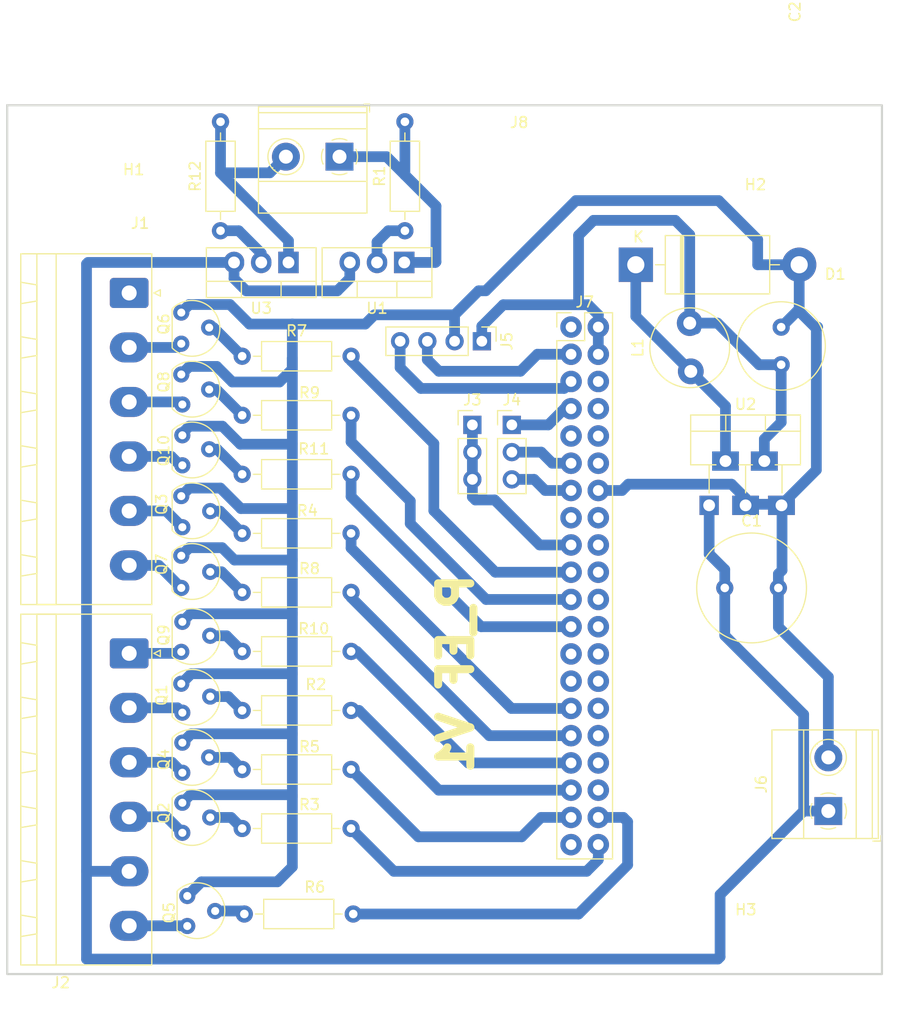
<source format=kicad_pcb>
(kicad_pcb (version 20211014) (generator pcbnew)
  (layers (0 "F.Cu" signal) (31 "B.Cu" signal) (34 "B.Paste" user) (35 "F.Paste" user) (36 "B.SilkS" user "B.Silkscreen") (37 "F.SilkS" user "F.Silkscreen") (38 "B.Mask" user) (39 "F.Mask" user) (44 "Edge.Cuts" user))
  (net 0 "")
  (net 1 "12V")
  (net 2 "GND")
  (net 3 "Net-(D1-Pad1)")
  (net 4 "ADJ C")
  (net 5 "365")
  (net 6 "395")
  (net 7 "440")
  (net 8 "470")
  (net 9 "530")
  (net 10 "PUMP")
  (net 11 "WA")
  (net 12 "280")
  (net 13 "660")
  (net 14 "600")
  (net 15 "3.3 V")
  (net 16 "Accept B")
  (net 17 "Change B")
  (net 18 "Cancel B")
  (net 19 "5 V")
  (net 20 "SDA")
  (net 21 "SCL")
  (net 27 "19")
  (net 29 "21")
  (net 31 "23")
  (net 36 "29")
  (net 37 "31")
  (net 39 "33")
  (net 40 "35")
  (net 42 "37")
  (net 43 "40")
  (net 44 "Net-(Q1-Pad2)")
  (net 45 "Net-(Q2-Pad2)")
  (net 46 "Net-(Q3-Pad2)")
  (net 47 "Net-(Q4-Pad2)")
  (net 48 "Net-(Q5-Pad2)")
  (net 49 "Net-(Q6-Pad2)")
  (net 50 "Net-(Q7-Pad2)")
  (net 51 "Net-(Q8-Pad2)")
  (net 52 "Net-(Q9-Pad2)")
  (net 53 "Net-(Q10-Pad2)")
  (net 54 "Net-(R1-Pad1)")
  (net 56 "38")
  (net 57 "Net-(R12-Pad1)")
  (net 58 "AdjUV280")
  (footprint "Package_TO_SOT_THT:TO-92_Inline" (layer "F.Cu") (at 29.64 48.94 -90)
    (fp_text reference "Q3" (at 0.66 2.84 90) (layer "F.SilkS"))
    (fp_text value "PN2222A")
    (pad "1" thru_hole circle (at -0.1 1 270) (size 1.5 1.5) (drill 0.75) (layers *.Cu *.Mask) (net 2 "GND"))
    (pad "2" thru_hole oval (at 1.3 -1.7 270) (size 1.5 1.5) (drill 0.75) (layers *.Cu *.Mask) (net 46 "Net-(Q3-Pad2)"))
    (pad "3" thru_hole circle (at 2.8 0.9 270) (size 1.5 1.5) (drill 0.75) (layers *.Cu *.Mask) (net 9 "530"))
  )
  (footprint "MountingHole:MountingHole_5mm" (layer "F.Cu") (at 17.8 18)
    (fp_text reference "H1" (at 6.4 0.4) (layer "F.SilkS"))
    (fp_text value "MountingHole")
    (pad "" np_thru_hole circle (at 0 0) (size 5 5) (drill 5) (layers *.Cu *.Mask))
  )
  (footprint "Connector_PinHeader_2.54mm:PinHeader_1x03_P2.54mm_Vertical" (layer "F.Cu") (at 55.795 42.2)
    (fp_text reference "J3" (at 0 -2.33) (layer "F.SilkS"))
    (fp_text value "Conn_01x03_Male")
    (pad "1" thru_hole rect (at 0 0) (size 1.7 1.7) (drill 1) (layers *.Cu *.Mask) (net 15 "3.3 V"))
    (pad "2" thru_hole oval (at 0 2.54) (size 1.7 1.7) (drill 1) (layers *.Cu *.Mask) (net 15 "3.3 V"))
    (pad "3" thru_hole oval (at 0 5.08) (size 1.7 1.7) (drill 1) (layers *.Cu *.Mask) (net 15 "3.3 V"))
  )
  (footprint "Resistor_THT:R_Axial_DIN0207_L6.3mm_D2.5mm_P10.16mm_Horizontal" (layer "F.Cu") (at 34.32 74.32625)
    (fp_text reference "R5" (at 6.28 -2.12625) (layer "F.SilkS"))
    (fp_text value "560")
    (pad "1" thru_hole circle (at 0 0) (size 1.6 1.6) (drill 0.8) (layers *.Cu *.Mask) (net 47 "Net-(Q4-Pad2)"))
    (pad "2" thru_hole oval (at 10.16 0) (size 1.6 1.6) (drill 0.8) (layers *.Cu *.Mask) (net 42 "37"))
  )
  (footprint "Diode_THT:D_DO-201AD_P15.24mm_Horizontal" (layer "F.Cu") (at 71.04 27.27)
    (fp_text reference "D1" (at 18.605 0.8775) (layer "F.SilkS"))
    (fp_text value "1N5822")
    (fp_text user "K" (at 0.24 -2.6) (layer "F.SilkS"))
    (pad "1" thru_hole rect (at 0 0) (size 3.2 3.2) (drill 1.6) (layers *.Cu *.Mask) (net 3 "Net-(D1-Pad1)"))
    (pad "2" thru_hole oval (at 15.24 0) (size 3.2 3.2) (drill 1.6) (layers *.Cu *.Mask) (net 2 "GND"))
  )
  (footprint "Resistor_THT:R_Axial_DIN0207_L6.3mm_D2.5mm_P10.16mm_Horizontal" (layer "F.Cu") (at 34.32 63.31875)
    (fp_text reference "R10" (at 6.68 -2.11875) (layer "F.SilkS"))
    (fp_text value "560")
    (pad "1" thru_hole circle (at 0 0) (size 1.6 1.6) (drill 0.8) (layers *.Cu *.Mask) (net 52 "Net-(Q9-Pad2)"))
    (pad "2" thru_hole oval (at 10.16 0) (size 1.6 1.6) (drill 0.8) (layers *.Cu *.Mask) (net 39 "33"))
  )
  (footprint "Capacitor_THT:C_Radial_D8.0mm_H11.5mm_P3.50mm" (layer "F.Cu") (at 84.6 36.59 90)
    (fp_text reference "C2" (at 32.90125 1.28875 90) (layer "F.SilkS"))
    (fp_text value "1000 uF 25V")
    (pad "1" thru_hole circle (at 0 0 90) (size 1.6 1.6) (drill 0.8) (layers *.Cu *.Mask) (net 19 "5 V"))
    (pad "2" thru_hole circle (at 3.5 0 90) (size 1.6 1.6) (drill 0.8) (layers *.Cu *.Mask) (net 2 "GND"))
  )
  (footprint "Connector_Phoenix_MSTB:PhoenixContact_MSTBA_2,5_6-G-5,08_1x06_P5.08mm_Horizontal" (layer "F.Cu") (at 23.7775 63.5 -90)
    (fp_text reference "J2" (at 30.7 6.3775 180) (layer "F.SilkS"))
    (fp_text value "Conn_01x06_Male")
    (pad "1" thru_hole roundrect (at 0 0 270) (size 2.8 3.6) (drill 1.4) (layers *.Cu *.Mask) (roundrect_rratio 0.120192) (net 9 "530"))
    (pad "2" thru_hole oval (at 5.08 0 270) (size 2.8 3.6) (drill 1.4) (layers *.Cu *.Mask) (net 14 "600"))
    (pad "3" thru_hole oval (at 10.16 0 270) (size 2.8 3.6) (drill 1.4) (layers *.Cu *.Mask) (net 13 "660"))
    (pad "4" thru_hole oval (at 15.24 0 270) (size 2.8 3.6) (drill 1.4) (layers *.Cu *.Mask) (net 11 "WA"))
    (pad "5" thru_hole oval (at 20.32 0 270) (size 2.8 3.6) (drill 1.4) (layers *.Cu *.Mask) (net 1 "12V"))
    (pad "6" thru_hole oval (at 25.4 0 270) (size 2.8 3.6) (drill 1.4) (layers *.Cu *.Mask) (net 10 "PUMP"))
  )
  (footprint "Resistor_THT:R_Axial_DIN0207_L6.3mm_D2.5mm_P10.16mm_Horizontal" (layer "F.Cu") (at 34.32 68.8225)
    (fp_text reference "R2" (at 6.88 -2.4225) (layer "F.SilkS"))
    (fp_text value "5100")
    (pad "1" thru_hole circle (at 0 0) (size 1.6 1.6) (drill 0.8) (layers *.Cu *.Mask) (net 44 "Net-(Q1-Pad2)"))
    (pad "2" thru_hole oval (at 10.16 0) (size 1.6 1.6) (drill 0.8) (layers *.Cu *.Mask) (net 40 "35"))
  )
  (footprint "MountingHole:MountingHole_5mm" (layer "F.Cu") (at 88.5 87.2)
    (fp_text reference "H3" (at -7.2 0.2) (layer "F.SilkS"))
    (fp_text value "MountingHole")
    (pad "" np_thru_hole circle (at 0 0) (size 5 5) (drill 5) (layers *.Cu *.Mask))
  )
  (footprint "Inductor_THT:L_Radial_D7.2mm_P3.00mm_Murata_1700" (layer "F.Cu") (at 76.07 36.51 90)
    (fp_text reference "L1" (at 1.5 -4.85 90) (layer "F.SilkS"))
    (fp_text value "33 uH")
    (pad "1" thru_hole circle (at -0.7 0.1 90) (size 2.4 2.4) (drill 1.2) (layers *.Cu *.Mask) (net 3 "Net-(D1-Pad1)"))
    (pad "2" thru_hole circle (at 3.8 0 90) (size 2.4 2.4) (drill 1.2) (layers *.Cu *.Mask) (net 19 "5 V"))
  )
  (footprint "Resistor_THT:R_Axial_DIN0207_L6.3mm_D2.5mm_P10.16mm_Horizontal" (layer "F.Cu") (at 34.32 79.83)
    (fp_text reference "R3" (at 6.28 -2.23) (layer "F.SilkS"))
    (fp_text value "560")
    (pad "1" thru_hole circle (at 0 0) (size 1.6 1.6) (drill 0.8) (layers *.Cu *.Mask) (net 45 "Net-(Q2-Pad2)"))
    (pad "2" thru_hole oval (at 10.16 0) (size 1.6 1.6) (drill 0.8) (layers *.Cu *.Mask) (net 43 "40"))
  )
  (footprint "Package_TO_SOT_THT:TO-92_Inline" (layer "F.Cu") (at 30.1 86.22 -90)
    (fp_text reference "Q5" (at 1.47 2.6 90) (layer "F.SilkS"))
    (fp_text value "PN2222A")
    (pad "1" thru_hole circle (at -0.1 0.9 270) (size 1.5 1.5) (drill 0.75) (layers *.Cu *.Mask) (net 2 "GND"))
    (pad "2" thru_hole circle (at 1.3 -1.7 270) (size 1.5 1.5) (drill 0.75) (layers *.Cu *.Mask) (net 48 "Net-(Q5-Pad2)"))
    (pad "3" thru_hole circle (at 2.7 0.9 270) (size 1.5 1.5) (drill 0.75) (layers *.Cu *.Mask) (net 10 "PUMP"))
  )
  (footprint "Connector_PinHeader_2.54mm:PinHeader_2x20_P2.54mm_Vertical" (layer "F.Cu") (at 65 33.075)
    (fp_text reference "J7" (at 1.27 -2.33) (layer "F.SilkS"))
    (fp_text value "Conn_02x20_Odd_Even")
    (pad "1" thru_hole circle (at 0 0) (size 2 2) (drill 1) (layers *.Cu *.Mask) (net 15 "3.3 V"))
    (pad "2" thru_hole circle (at 2.54 0) (size 2 2) (drill 1) (layers *.Cu *.Mask) (net 19 "5 V"))
    (pad "3" thru_hole circle (at 0 2.54) (size 2 2) (drill 1) (layers *.Cu *.Mask) (net 20 "SDA"))
    (pad "4" thru_hole circle (at 2.54 2.54) (size 2 2) (drill 1) (layers *.Cu *.Mask) (net 19 "5 V"))
    (pad "5" thru_hole circle (at 0 5.08) (size 2 2) (drill 1) (layers *.Cu *.Mask) (net 21 "SCL"))
    (pad "6" thru_hole circle (at 2.54 5.08) (size 2 2) (drill 1) (layers *.Cu *.Mask) (net 2 "GND"))
    (pad "7" thru_hole circle (at 0 7.62) (size 2 2) (drill 1) (layers *.Cu *.Mask) (net 16 "Accept B"))
    (pad "8" thru_hole circle (at 2.54 7.62) (size 2 2) (drill 1) (layers *.Cu *.Mask))
    (pad "9" thru_hole circle (at 0 10.16) (size 2 2) (drill 1) (layers *.Cu *.Mask) (net 2 "GND"))
    (pad "10" thru_hole circle (at 2.54 10.16) (size 2 2) (drill 1) (layers *.Cu *.Mask))
    (pad "11" thru_hole circle (at 0 12.7) (size 2 2) (drill 1) (layers *.Cu *.Mask) (net 17 "Change B"))
    (pad "12" thru_hole circle (at 2.54 12.7) (size 2 2) (drill 1) (layers *.Cu *.Mask))
    (pad "13" thru_hole circle (at 0 15.24) (size 2 2) (drill 1) (layers *.Cu *.Mask) (net 18 "Cancel B"))
    (pad "14" thru_hole circle (at 2.54 15.24) (size 2 2) (drill 1) (layers *.Cu *.Mask) (net 2 "GND"))
    (pad "15" thru_hole circle (at 0 17.78) (size 2 2) (drill 1) (layers *.Cu *.Mask))
    (pad "16" thru_hole circle (at 2.54 17.78) (size 2 2) (drill 1) (layers *.Cu *.Mask))
    (pad "17" thru_hole circle (at 0 20.32) (size 2 2) (drill 1) (layers *.Cu *.Mask) (net 15 "3.3 V"))
    (pad "18" thru_hole circle (at 2.54 20.32) (size 2 2) (drill 1) (layers *.Cu *.Mask))
    (pad "19" thru_hole circle (at 0 22.86) (size 2 2) (drill 1) (layers *.Cu *.Mask) (net 27 "19"))
    (pad "20" thru_hole circle (at 2.54 22.86) (size 2 2) (drill 1) (layers *.Cu *.Mask))
    (pad "21" thru_hole circle (at 0 25.4) (size 2 2) (drill 1) (layers *.Cu *.Mask) (net 29 "21"))
    (pad "22" thru_hole circle (at 2.54 25.4) (size 2 2) (drill 1) (layers *.Cu *.Mask))
    (pad "23" thru_hole circle (at 0 27.94) (size 2 2) (drill 1) (layers *.Cu *.Mask) (net 31 "23"))
    (pad "24" thru_hole circle (at 2.54 27.94) (size 2 2) (drill 1) (layers *.Cu *.Mask))
    (pad "25" thru_hole circle (at 0 30.48) (size 2 2) (drill 1) (layers *.Cu *.Mask) (net 2 "GND"))
    (pad "26" thru_hole circle (at 2.54 30.48) (size 2 2) (drill 1) (layers *.Cu *.Mask))
    (pad "27" thru_hole circle (at 0 33.02) (size 2 2) (drill 1) (layers *.Cu *.Mask))
    (pad "28" thru_hole circle (at 2.54 33.02) (size 2 2) (drill 1) (layers *.Cu *.Mask))
    (pad "29" thru_hole circle (at 0 35.56) (size 2 2) (drill 1) (layers *.Cu *.Mask) (net 36 "29"))
    (pad "30" thru_hole circle (at 2.54 35.56) (size 2 2) (drill 1) (layers *.Cu *.Mask) (net 2 "GND"))
    (pad "31" thru_hole circle (at 0 38.1) (size 2 2) (drill 1) (layers *.Cu *.Mask) (net 37 "31"))
    (pad "32" thru_hole circle (at 2.54 38.1) (size 2 2) (drill 1) (layers *.Cu *.Mask))
    (pad "33" thru_hole circle (at 0 40.64) (size 2 2) (drill 1) (layers *.Cu *.Mask) (net 39 "33"))
    (pad "34" thru_hole circle (at 2.54 40.64) (size 2 2) (drill 1) (layers *.Cu *.Mask) (net 2 "GND"))
    (pad "35" thru_hole circle (at 0 43.18) (size 2 2) (drill 1) (layers *.Cu *.Mask) (net 40 "35"))
    (pad "36" thru_hole circle (at 2.54 43.18) (size 2 2) (drill 1) (layers *.Cu *.Mask))
    (pad "37" thru_hole circle (at 0 45.72) (size 2 2) (drill 1) (layers *.Cu *.Mask) (net 42 "37"))
    (pad "38" thru_hole circle (at 2.54 45.72) (size 2 2) (drill 1) (layers *.Cu *.Mask) (net 56 "38"))
    (pad "39" thru_hole circle (at 0 48.26) (size 2 2) (drill 1) (layers *.Cu *.Mask) (net 2 "GND"))
    (pad "40" thru_hole circle (at 2.54 48.26) (size 2 2) (drill 1) (layers *.Cu *.Mask) (net 43 "40"))
  )
  (footprint "Resistor_THT:R_Axial_DIN0207_L6.3mm_D2.5mm_P10.16mm_Horizontal" (layer "F.Cu") (at 34.32 41.30375)
    (fp_text reference "R9" (at 6.28 -2.10375) (layer "F.SilkS"))
    (fp_text value "560")
    (pad "1" thru_hole circle (at 0 0) (size 1.6 1.6) (drill 0.8) (layers *.Cu *.Mask) (net 51 "Net-(Q8-Pad2)"))
    (pad "2" thru_hole oval (at 10.16 0) (size 1.6 1.6) (drill 0.8) (layers *.Cu *.Mask) (net 29 "21"))
  )
  (footprint "Resistor_THT:R_Axial_DIN0207_L6.3mm_D2.5mm_P10.16mm_Horizontal" (layer "F.Cu") (at 34.32 35.8)
    (fp_text reference "R7" (at 5.08 -2.37) (layer "F.SilkS"))
    (fp_text value "560")
    (pad "1" thru_hole circle (at 0 0) (size 1.6 1.6) (drill 0.8) (layers *.Cu *.Mask) (net 49 "Net-(Q6-Pad2)"))
    (pad "2" thru_hole oval (at 10.16 0) (size 1.6 1.6) (drill 0.8) (layers *.Cu *.Mask) (net 27 "19"))
  )
  (footprint "TerminalBlock_Phoenix:TerminalBlock_Phoenix_MKDS-1,5-2_1x02_P5.00mm_Horizontal" (layer "F.Cu") (at 89 78.2 90)
    (fp_text reference "J6" (at 2.5 -6.26 90) (layer "F.SilkS"))
    (fp_text value "Screw_Terminal_01x02")
    (pad "1" thru_hole rect (at 0 0 90) (size 2.6 2.6) (drill 1.3) (layers *.Cu *.Mask) (net 1 "12V"))
    (pad "2" thru_hole circle (at 5 0 90) (size 2.6 2.6) (drill 1.3) (layers *.Cu *.Mask) (net 2 "GND"))
  )
  (footprint "Package_TO_SOT_THT:TO-92_Inline" (layer "F.Cu") (at 29.64 71.93 -90)
    (fp_text reference "Q4" (at 1.47 2.64 90) (layer "F.SilkS"))
    (fp_text value "PN2222A")
    (pad "1" thru_hole circle (at -0.1 0.9 270) (size 1.5 1.5) (drill 0.75) (layers *.Cu *.Mask) (net 2 "GND"))
    (pad "2" thru_hole circle (at 1.27 -1.6 270) (size 1.5 1.5) (drill 0.75) (layers *.Cu *.Mask) (net 47 "Net-(Q4-Pad2)"))
    (pad "3" thru_hole circle (at 2.7 0.9 270) (size 1.5 1.5) (drill 0.75) (layers *.Cu *.Mask) (net 11 "WA"))
  )
  (footprint "Package_TO_SOT_THT:TO-220-5_P3.4x3.7mm_StaggerOdd_Lead3.8mm_Vertical" (layer "F.Cu") (at 77.88 49.6)
    (fp_text reference "U2" (at 3.4 -9.32) (layer "F.SilkS"))
    (fp_text value "LM2596T-5")
    (pad "1" thru_hole rect (at 0 0.1) (size 1.8 1.8) (drill 1.1) (layers *.Cu *.Mask) (net 1 "12V"))
    (pad "2" thru_hole rect (at 1.525 -4.025) (size 2.5 1.8) (drill 1.1) (layers *.Cu *.Mask) (net 3 "Net-(D1-Pad1)"))
    (pad "3" thru_hole rect (at 3.4 0.1) (size 2.5 1.8) (drill 1.1) (layers *.Cu *.Mask) (net 2 "GND"))
    (pad "4" thru_hole rect (at 5.15 -4.025) (size 2.5 1.8) (drill 1.1) (layers *.Cu *.Mask) (net 19 "5 V"))
    (pad "5" thru_hole rect (at 6.75 0.1) (size 2.5 1.8) (drill 1.1) (layers *.Cu *.Mask) (net 2 "GND"))
  )
  (footprint "Package_TO_SOT_THT:TO-92_Inline" (layer "F.Cu") (at 29.64 77.53 -90)
    (fp_text reference "Q2" (at 0.87 2.64 90) (layer "F.SilkS"))
    (fp_text value "PN2222A")
    (pad "1" thru_hole circle (at -0.1 0.9 270) (size 1.5 1.5) (drill 0.75) (layers *.Cu *.Mask) (net 2 "GND"))
    (pad "2" thru_hole circle (at 1.27 -1.7 270) (size 1.5 1.5) (drill 0.75) (layers *.Cu *.Mask) (net 45 "Net-(Q2-Pad2)"))
    (pad "3" thru_hole circle (at 2.7 0.9 270) (size 1.5 1.5) (drill 0.75) (layers *.Cu *.Mask) (net 5 "365"))
  )
  (footprint "Connector_Phoenix_MSTB:PhoenixContact_MSTBA_2,5_6-G-5,08_1x06_P5.08mm_Horizontal" (layer "F.Cu") (at 23.7775 29.9 -90)
    (fp_text reference "J1" (at -6.5 -1.0225 180) (layer "F.SilkS"))
    (fp_text value "Conn_01x06_Male")
    (pad "1" thru_hole roundrect (at 0 0 270) (size 2.8 3.6) (drill 1.4) (layers *.Cu *.Mask) (roundrect_rratio 0.120192))
    (pad "2" thru_hole oval (at 5.08 0 270) (size 2.8 3.6) (drill 1.4) (layers *.Cu *.Mask) (net 12 "280"))
    (pad "3" thru_hole oval (at 10.16 0 270) (size 2.8 3.6) (drill 1.4) (layers *.Cu *.Mask) (net 5 "365"))
    (pad "4" thru_hole oval (at 15.24 0 270) (size 2.8 3.6) (drill 1.4) (layers *.Cu *.Mask) (net 6 "395"))
    (pad "5" thru_hole oval (at 20.32 0 270) (size 2.8 3.6) (drill 1.4) (layers *.Cu *.Mask) (net 7 "440"))
    (pad "6" thru_hole oval (at 25.4 0 270) (size 2.8 3.6) (drill 1.4) (layers *.Cu *.Mask) (net 8 "470"))
  )
  (footprint "Package_TO_SOT_THT:TO-92_Inline" (layer "F.Cu") (at 29.64 31.93 -90)
    (fp_text reference "Q6" (at 0.87 2.64 90) (layer "F.SilkS"))
    (fp_text value "PN2222A")
    (pad "1" thru_hole circle (at -0.2 1 270) (size 1.5 1.5) (drill 0.75) (layers *.Cu *.Mask) (net 2 "GND"))
    (pad "2" thru_hole oval (at 1.2 -1.6 270) (size 1.5 1.5) (drill 0.75) (layers *.Cu *.Mask) (net 49 "Net-(Q6-Pad2)"))
    (pad "3" thru_hole circle (at 2.7 1 270) (size 1.5 1.5) (drill 0.75) (layers *.Cu *.Mask) (net 6 "395"))
  )
  (footprint "Package_TO_SOT_THT:TO-92_Inline" (layer "F.Cu") (at 29.64 54.6 -90)
    (fp_text reference "Q7" (at 0.6 2.84 90) (layer "F.SilkS"))
    (fp_text value "PN2222A")
    (pad "1" thru_hole circle (at -0.2 1 270) (size 1.5 1.5) (drill 0.75) (layers *.Cu *.Mask) (net 2 "GND"))
    (pad "2" thru_hole oval (at 1.3 -1.7 270) (size 1.5 1.5) (drill 0.75) (layers *.Cu *.Mask) (net 50 "Net-(Q7-Pad2)"))
    (pad "3" thru_hole oval (at 2.8 1 270) (size 1.5 1.5) (drill 0.75) (layers *.Cu *.Mask) (net 14 "600"))
  )
  (footprint "Resistor_THT:R_Axial_DIN0207_L6.3mm_D2.5mm_P10.16mm_Horizontal" (layer "F.Cu") (at 49.5 24.1 90)
    (fp_text reference "R1" (at 5.08 -2.37 90) (layer "F.SilkS"))
    (fp_text value "2.8")
    (pad "1" thru_hole circle (at 0 0 90) (size 1.6 1.6) (drill 0.8) (layers *.Cu *.Mask) (net 54 "Net-(R1-Pad1)"))
    (pad "2" thru_hole oval (at 10.16 0 90) (size 1.6 1.6) (drill 0.8) (layers *.Cu *.Mask) (net 4 "ADJ C"))
  )
  (footprint "TerminalBlock_Phoenix:TerminalBlock_Phoenix_MKDS-1,5-2_1x02_P5.00mm_Horizontal" (layer "F.Cu") (at 43.4 17.195 180)
    (fp_text reference "J8" (at -16.76 3.185) (layer "F.SilkS"))
    (fp_text value "Screw_Terminal_01x02")
    (pad "1" thru_hole rect (at 0 0 180) (size 2.6 2.6) (drill 1.3) (layers *.Cu *.Mask) (net 4 "ADJ C"))
    (pad "2" thru_hole circle (at 5 0 180) (size 2.6 2.6) (drill 1.3) (layers *.Cu *.Mask) (net 58 "AdjUV280"))
  )
  (footprint "Connector_PinHeader_2.54mm:PinHeader_1x03_P2.54mm_Vertical" (layer "F.Cu") (at 59.475 42.2)
    (fp_text reference "J4" (at 0 -2.33) (layer "F.SilkS"))
    (fp_text value "Conn_01x03_Male")
    (pad "1" thru_hole rect (at 0 0) (size 1.7 1.7) (drill 1) (layers *.Cu *.Mask) (net 16 "Accept B"))
    (pad "2" thru_hole oval (at 0 2.54) (size 1.7 1.7) (drill 1) (layers *.Cu *.Mask) (net 17 "Change B"))
    (pad "3" thru_hole oval (at 0 5.08) (size 1.7 1.7) (drill 1) (layers *.Cu *.Mask) (net 18 "Cancel B"))
  )
  (footprint "Package_TO_SOT_THT:TO-92_Inline" (layer "F.Cu") (at 29.64 66.33 -90)
    (fp_text reference "Q1" (at 1.07 2.84 90) (layer "F.SilkS"))
    (fp_text value "PN2222A")
    (pad "1" thru_hole circle (at 0 1 270) (size 1.5 1.5) (drill 0.75) (layers *.Cu *.Mask) (net 2 "GND"))
    (pad "2" thru_hole oval (at 1.2 -1.7 270) (size 1.5 1.5) (drill 0.75) (layers *.Cu *.Mask) (net 44 "Net-(Q1-Pad2)"))
    (pad "3" thru_hole oval (at 2.7 0.9 270) (size 1.5 1.5) (drill 0.75) (layers *.Cu *.Mask) (net 12 "280"))
  )
  (footprint "Package_TO_SOT_THT:TO-92_Inline" (layer "F.Cu") (at 29.64 37.6 -90)
    (fp_text reference "Q8" (at 0.6 2.64 90) (layer "F.SilkS"))
    (fp_text value "PN2222A")
    (pad "1" thru_hole circle (at -0.1 1 270) (size 1.5 1.5) (drill 0.75) (layers *.Cu *.Mask) (net 2 "GND"))
    (pad "2" thru_hole oval (at 1.3 -1.6 270) (size 1.5 1.5) (drill 0.75) (layers *.Cu *.Mask) (net 51 "Net-(Q8-Pad2)"))
    (pad "3" thru_hole oval (at 2.7 0.9 270) (size 1.5 1.5) (drill 0.75) (layers *.Cu *.Mask) (net 7 "440"))
  )
  (footprint "MountingHole:MountingHole_5mm" (layer "F.Cu") (at 88.4 18.2)
    (fp_text reference "H2" (at -6.2 1.6) (layer "F.SilkS"))
    (fp_text value "MountingHole")
    (pad "" np_thru_hole circle (at 0 0) (size 5 5) (drill 5) (layers *.Cu *.Mask))
  )
  (footprint "Resistor_THT:R_Axial_DIN0207_L6.3mm_D2.5mm_P10.16mm_Horizontal" (layer "F.Cu") (at 34.52 87.8)
    (fp_text reference "R6" (at 6.58 -2.51) (layer "F.SilkS"))
    (fp_text value "560")
    (pad "1" thru_hole circle (at 0 0) (size 1.6 1.6) (drill 0.8) (layers *.Cu *.Mask) (net 48 "Net-(Q5-Pad2)"))
    (pad "2" thru_hole oval (at 10.16 0) (size 1.6 1.6) (drill 0.8) (layers *.Cu *.Mask) (net 56 "38"))
  )
  (footprint "Resistor_THT:R_Axial_DIN0207_L6.3mm_D2.5mm_P10.16mm_Horizontal" (layer "F.Cu") (at 34.32 57.815)
    (fp_text reference "R8" (at 6.28 -2.215) (layer "F.SilkS"))
    (fp_text value "560")
    (pad "1" thru_hole circle (at 0 0) (size 1.6 1.6) (drill 0.8) (layers *.Cu *.Mask) (net 50 "Net-(Q7-Pad2)"))
    (pad "2" thru_hole oval (at 10.16 0) (size 1.6 1.6) (drill 0.8) (layers *.Cu *.Mask) (net 37 "31"))
  )
  (footprint "Resistor_THT:R_Axial_DIN0207_L6.3mm_D2.5mm_P10.16mm_Horizontal" (layer "F.Cu") (at 34.32 52.31125)
    (fp_text reference "R4" (at 6.08 -2.11125) (layer "F.SilkS"))
    (fp_text value "560")
    (pad "1" thru_hole circle (at 0 0) (size 1.6 1.6) (drill 0.8) (layers *.Cu *.Mask) (net 46 "Net-(Q3-Pad2)"))
    (pad "2" thru_hole oval (at 10.16 0) (size 1.6 1.6) (drill 0.8) (layers *.Cu *.Mask) (net 36 "29"))
  )
  (footprint "Package_TO_SOT_THT:TO-220-3_Vertical" (layer "F.Cu") (at 38.64 27.055 180)
    (fp_text reference "U3" (at 2.54 -4.27) (layer "F.SilkS"))
    (fp_text value "LM317_TO-220")
    (pad "1" thru_hole rect (at 0 0 180) (size 1.905 2) (drill 1.1) (layers *.Cu *.Mask) (net 58 "AdjUV280"))
    (pad "2" thru_hole oval (at 2.54 0 180) (size 1.905 2) (drill 1.1) (layers *.Cu *.Mask) (net 57 "Net-(R12-Pad1)"))
    (pad "3" thru_hole oval (at 5.08 0 180) (size 1.905 2) (drill 1.1) (layers *.Cu *.Mask) (net 1 "12V"))
  )
  (footprint "Capacitor_THT:C_Radial_D10.0mm_H20.0mm_P5.00mm" (layer "F.Cu") (at 79.34 57.4)
    (fp_text reference "C1" (at 2.5 -6.25) (layer "F.SilkS"))
    (fp_text value "470 uF 50V")
    (pad "1" thru_hole circle (at 0 0) (size 1.6 1.6) (drill 0.8) (layers *.Cu *.Mask) (net 1 "12V"))
    (pad "2" thru_hole circle (at 5 0) (size 1.6 1.6) (drill 0.8) (layers *.Cu *.Mask) (net 2 "GND"))
  )
  (footprint "Resistor_THT:R_Axial_DIN0207_L6.3mm_D2.5mm_P10.16mm_Horizontal" (layer "F.Cu") (at 32.3 24.1 90)
    (fp_text reference "R12" (at 5.08 -2.37 90) (layer "F.SilkS"))
    (fp_text value "14")
    (pad "1" thru_hole circle (at 0 0 90) (size 1.6 1.6) (drill 0.8) (layers *.Cu *.Mask) (net 57 "Net-(R12-Pad1)"))
    (pad "2" thru_hole oval (at 10.16 0 90) (size 1.6 1.6) (drill 0.8) (layers *.Cu *.Mask) (net 58 "AdjUV280"))
  )
  (footprint "Package_TO_SOT_THT:TO-92_Inline" (layer "F.Cu") (at 29.64 60.66 -90)
    (fp_text reference "Q9" (at 1.14 2.64 90) (layer "F.SilkS"))
    (fp_text value "PN2222A")
    (pad "1" thru_hole circle (at -0.1 0.9 270) (size 1.5 1.5) (drill 0.75) (layers *.Cu *.Mask) (net 2 "GND"))
    (pad "2" thru_hole oval (at 1.2 -1.7 270) (size 1.5 1.5) (drill 0.75) (layers *.Cu *.Mask) (net 52 "Net-(Q9-Pad2)"))
    (pad "3" thru_hole circle (at 2.7 1 270) (size 1.5 1.5) (drill 0.75) (layers *.Cu *.Mask) (net 13 "660"))
  )
  (footprint "Connector_PinHeader_2.54mm:PinHeader_1x04_P2.54mm_Vertical" (layer "F.Cu") (at 56.675 34.4 -90)
    (fp_text reference "J5" (at 0 -2.33 90) (layer "F.SilkS"))
    (fp_text value "Conn_01x04_Male")
    (pad "1" thru_hole rect (at 0 0 270) (size 1.7 1.7) (drill 1) (layers *.Cu *.Mask) (net 19 "5 V"))
    (pad "2" thru_hole oval (at 0 2.54 270) (size 1.7 1.7) (drill 1) (layers *.Cu *.Mask) (net 2 "GND"))
    (pad "3" thru_hole oval (at 0 5.08 270) (size 1.7 1.7) (drill 1) (layers *.Cu *.Mask) (net 20 "SDA"))
    (pad "4" thru_hole oval (at 0 7.62 270) (size 1.7 1.7) (drill 1) (layers *.Cu *.Mask) (net 21 "SCL"))
  )
  (footprint "Resistor_THT:R_Axial_DIN0207_L6.3mm_D2.5mm_P10.16mm_Horizontal" (layer "F.Cu") (at 34.32 46.8075)
    (fp_text reference "R11" (at 6.68 -2.37) (layer "F.SilkS"))
    (fp_text value "560")
    (pad "1" thru_hole circle (at 0 0) (size 1.6 1.6) (drill 0.8) (layers *.Cu *.Mask) (net 53 "Net-(Q10-Pad2)"))
    (pad "2" thru_hole oval (at 10.16 0) (size 1.6 1.6) (drill 0.8) (layers *.Cu *.Mask) (net 31 "23"))
  )
  (footprint "Package_TO_SOT_THT:TO-92_Inline" (layer "F.Cu") (at 29.64 43.27 -90)
    (fp_text reference "Q10" (at 1.33 2.64 90) (layer "F.SilkS"))
    (fp_text value "PN2222A")
    (pad "1" thru_hole circle (at -0.1 0.9 270) (size 1.5 1.5) (drill 0.75) (layers *.Cu *.Mask) (net 2 "GND"))
    (pad "2" thru_hole oval (at 1.2 -1.6 270) (size 1.5 1.5) (drill 0.75) (layers *.Cu *.Mask) (net 53 "Net-(Q10-Pad2)"))
    (pad "3" thru_hole oval (at 2.7 0.9 270) (size 1.5 1.5) (drill 0.75) (layers *.Cu *.Mask) (net 8 "470"))
  )
  (footprint "Package_TO_SOT_THT:TO-220-3_Vertical" (layer "F.Cu") (at 49.44 27.055 180)
    (fp_text reference "U1" (at 2.54 -4.27) (layer "F.SilkS"))
    (fp_text value "LM317_TO-220")
    (pad "1" thru_hole rect (at 0 0 180) (size 1.905 2) (drill 1.1) (layers *.Cu *.Mask) (net 4 "ADJ C"))
    (pad "2" thru_hole oval (at 2.54 0 180) (size 1.905 2) (drill 1.1) (layers *.Cu *.Mask) (net 54 "Net-(R1-Pad1)"))
    (pad "3" thru_hole oval (at 5.08 0 180) (size 1.905 2) (drill 1.1) (layers *.Cu *.Mask) (net 1 "12V"))
  )
  (gr_rect (start 12.4 12.4) (end 94 93.4) (layer "Edge.Cuts") (width 0.2) (fill none))
  (gr_text "P_EF V1" (at 54.2544 65.405 90) (layer "F.SilkS") (effects (font (size 3 3) (thickness 0.75)) (justify mirror)))
  (segment (start 44.36 28.54) (end 44.36 27.055) (width 1) (layer "B.Cu") (net 1))
  (segment (start 33.56 27.055) (end 33.56 28.56) (width 1) (layer "B.Cu") (net 1))
  (segment (start 86.7 78.2) (end 89 78.2) (width 1) (layer "B.Cu") (net 1))
  (segment (start 19.82 83.82) (end 19.8 83.84) (width 1) (layer "B.Cu") (net 1))
  (segment (start 33.56 28.56) (end 34.7 29.7) (width 1) (layer "B.Cu") (net 1))
  (segment (start 19.8 83.84) (end 19.8 92) (width 1) (layer "B.Cu") (net 1))
  (segment (start 19.8 27.2) (end 19.8 83.8) (width 1) (layer "B.Cu") (net 1))
  (segment (start 86.7 69.2) (end 79.34 61.84) (width 1) (layer "B.Cu") (net 1))
  (segment (start 78.9 86) (end 86.7 78.2) (width 1) (layer "B.Cu") (net 1))
  (segment (start 78.7 92) (end 78.9 91.8) (width 1) (layer "B.Cu") (net 1))
  (segment (start 79.34 61.84) (end 79.34 57.4) (width 1) (layer "B.Cu") (net 1))
  (segment (start 79.34 55.69) (end 79.34 57.4) (width 1) (layer "B.Cu") (net 1))
  (segment (start 77.88 54.23) (end 79.34 55.69) (width 1) (layer "B.Cu") (net 1))
  (segment (start 19.8 83.8) (end 19.82 83.82) (width 1) (layer "B.Cu") (net 1))
  (segment (start 77.88 49.6) (end 77.88 54.23) (width 1) (layer "B.Cu") (net 1))
  (segment (start 43.2 29.7) (end 44.36 28.54) (width 1) (layer "B.Cu") (net 1))
  (segment (start 34.7 29.7) (end 43.2 29.7) (width 1) (layer "B.Cu") (net 1))
  (segment (start 33.56 27.055) (end 19.945 27.055) (width 1) (layer "B.Cu") (net 1))
  (segment (start 86.7 78.2) (end 86.7 69.2) (width 1) (layer "B.Cu") (net 1))
  (segment (start 19.945 27.055) (end 19.8 27.2) (width 1) (layer "B.Cu") (net 1))
  (segment (start 78.9 91.8) (end 78.9 86) (width 1) (layer "B.Cu") (net 1))
  (segment (start 19.8 92) (end 78.7 92) (width 1) (layer "B.Cu") (net 1))
  (segment (start 19.82 83.82) (end 23.7775 83.82) (width 1) (layer "B.Cu") (net 1))
  (segment (start 65.45 21.29) (end 78.77 21.29) (width 1) (layer "B.Cu") (net 2))
  (segment (start 84.34 56.1) (end 84.68 55.76) (width 1) (layer "B.Cu") (net 2))
  (segment (start 39 36) (end 39 32.8) (width 1) (layer "B.Cu") (net 2))
  (segment (start 29.49 59.81) (end 38.99 59.81) (width 1) (layer "B.Cu") (net 2))
  (segment (start 29.39 30.98) (end 33.18 30.98) (width 1) (layer "B.Cu") (net 2))
  (segment (start 84.34 61.04) (end 84.34 57.4) (width 1) (layer "B.Cu") (net 2))
  (segment (start 84.68 55.76) (end 84.68 49.6) (width 1) (layer "B.Cu") (net 2))
  (segment (start 30.52 84.8) (end 37.6 84.8) (width 1) (layer "B.Cu") (net 2))
  (segment (start 34.149972 44) (end 39 44) (width 1) (layer "B.Cu") (net 2))
  (segment (start 28.64 37.5) (end 29.39 36.75) (width 1) (layer "B.Cu") (net 2))
  (segment (start 54.135 31.94) (end 56.375 29.7) (width 1) (layer "B.Cu") (net 2))
  (segment (start 28.64 66.33) (end 29.57 65.4) (width 1) (layer "B.Cu") (net 2))
  (segment (start 46.66 31.94) (end 54.135 31.94) (width 1) (layer "B.Cu") (net 2))
  (segment (start 84.34 57.4) (end 84.34 56.1) (width 1) (layer "B.Cu") (net 2))
  (segment (start 39 76.8) (end 39 83.4) (width 1) (layer "B.Cu") (net 2))
  (segment (start 39 32.8) (end 35 32.8) (width 1) (layer "B.Cu") (net 2))
  (segment (start 89 65.7) (end 84.34 61.04) (width 1) (layer "B.Cu") (net 2))
  (segment (start 86.28 27.27) (end 86.28 31.61) (width 1) (layer "B.Cu") (net 2))
  (segment (start 39 59.8) (end 39 65.4) (width 1) (layer "B.Cu") (net 2))
  (segment (start 54.135 31.94) (end 54.135 34.4) (width 1) (layer "B.Cu") (net 2))
  (segment (start 39 36) (end 39 50) (width 1) (layer "B.Cu") (net 2))
  (segment (start 39 83.4) (end 37.8 84.6) (width 1) (layer "B.Cu") (net 2))
  (segment (start 33.18 30.98) (end 35 32.8) (width 1) (layer "B.Cu") (net 2))
  (segment (start 32.469972 42.32) (end 34.149972 44) (width 1) (layer "B.Cu") (net 2))
  (segment (start 86.28 31.61) (end 86.08 31.61) (width 1) (layer "B.Cu") (net 2))
  (segment (start 38.88 76.68) (end 39 76.8) (width 1) (layer "B.Cu") (net 2))
  (segment (start 28.74 60.56) (end 29.49 59.81) (width 1) (layer "B.Cu") (net 2))
  (segment (start 82.41 24.93) (end 82.41 27.27) (width 1) (layer "B.Cu") (net 2))
  (segment (start 29.57 65.4) (end 39 65.4) (width 1) (layer "B.Cu") (net 2))
  (segment (start 31.95 36.75) (end 33.4 38.2) (width 1) (layer "B.Cu") (net 2))
  (segment (start 29.39 42.32) (end 32.469972 42.32) (width 1) (layer "B.Cu") (net 2))
  (segment (start 81.28 49.6) (end 84.68 49.6) (width 1) (layer "B.Cu") (net 2))
  (segment (start 28.64 54.4) (end 29.39 53.65) (width 1) (layer "B.Cu") (net 2))
  (segment (start 38.99 59.81) (end 39 59.8) (width 1) (layer "B.Cu") (net 2))
  (segment (start 46.66 31.94) (end 45.8 32.8) (width 1) (layer "B.Cu") (net 2))
  (segment (start 32.29 48.09) (end 34.2 50) (width 1) (layer "B.Cu") (net 2))
  (segment (start 87.88 33.21) (end 88.01 33.08) (width 1) (layer "B.Cu") (net 2))
  (segment (start 45.8 32.8) (end 39 32.8) (width 1) (layer "B.Cu") (net 2))
  (segment (start 37.8 38.2) (end 39 37) (width 1) (layer "B.Cu") (net 2))
  (segment (start 28.74 71.83) (end 29.57 71) (width 1) (layer "B.Cu") (net 2))
  (segment (start 37.6 84.8) (end 37.8 84.6) (width 1) (layer "B.Cu") (net 2))
  (segment (start 29.57 71) (end 39 71) (width 1) (layer "B.Cu") (net 2))
  (segment (start 29.2 86.12) (end 30.52 84.8) (width 1) (layer "B.Cu") (net 2))
  (segment (start 39 71) (end 39 76.8) (width 1) (layer "B.Cu") (net 2))
  (segment (start 69.755 48.315) (end 67.54 48.315) (width 1) (layer "B.Cu") (net 2))
  (segment (start 29.39 36.75) (end 31.95 36.75) (width 1) (layer "B.Cu") (net 2))
  (segment (start 33.6 54.8) (end 39 54.8) (width 1) (layer "B.Cu") (net 2))
  (segment (start 28.64 48.84) (end 29.39 48.09) (width 1) (layer "B.Cu") (net 2))
  (segment (start 39 50) (end 39 54.8) (width 1) (layer "B.Cu") (net 2))
  (segment (start 39 65.4) (end 39 71) (width 1) (layer "B.Cu") (net 2))
  (segment (start 39 37) (end 39 36) (width 1) (layer "B.Cu") (net 2))
  (segment (start 29.39 53.65) (end 32.45 53.65) (width 1) (layer "B.Cu") (net 2))
  (segment (start 79.97 47.73) (end 70.34 47.73) (width 1) (layer "B.Cu") (net 2))
  (segment (start 33.4 38.2) (end 37.8 38.2) (width 1) (layer "B.Cu") (net 2))
  (segment (start 82.41 27.27) (end 86.28 27.27) (width 1) (layer "B.Cu") (net 2))
  (segment (start 84.68 49.6) (end 87.88 46.4) (width 1) (layer "B.Cu") (net 2))
  (segment (start 34.2 50) (end 39 50) (width 1) (layer "B.Cu") (net 2))
  (segment (start 87.88 46.4) (end 87.88 33.21) (width 1) (layer "B.Cu") (net 2))
  (segment (start 57.04 29.7) (end 65.45 21.29) (width 1) (layer "B.Cu") (net 2))
  (segment (start 81.28 49.7) (end 81.28 49.04) (width 1) (layer "B.Cu") (net 2))
  (segment (start 28.74 77.43) (end 29.49 76.68) (width 1) (layer "B.Cu") (net 2))
  (segment (start 29.39 48.09) (end 32.29 48.09) (width 1) (layer "B.Cu") (net 2))
  (segment (start 32.45 53.65) (end 33.6 54.8) (width 1) (layer "B.Cu") (net 2))
  (segment (start 86.28 31.61) (end 87.88 33.21) (width 1) (layer "B.Cu") (net 2))
  (segment (start 56.375 29.7) (end 57.04 29.7) (width 1) (layer "B.Cu") (net 2))
  (segment (start 78.77 21.29) (end 82.41 24.93) (width 1) (layer "B.Cu") (net 2))
  (segment (start 39 54.8) (end 39 59.8) (width 1) (layer "B.Cu") (net 2))
  (segment (start 29.49 76.68) (end 38.88 76.68) (width 1) (layer "B.Cu") (net 2))
  (segment (start 29.39 30.98) (end 28.64 31.73) (width 1) (layer "B.Cu") (net 2))
  (segment (start 70.34 47.73) (end 69.755 48.315) (width 1) (layer "B.Cu") (net 2))
  (segment (start 81.28 49.04) (end 79.97 47.73) (width 1) (layer "B.Cu") (net 2))
  (segment (start 86.08 31.61) (end 84.6 33.09) (width 1) (layer "B.Cu") (net 2))
  (segment (start 28.64 43.07) (end 29.39 42.32) (width 1) (layer "B.Cu") (net 2))
  (segment (start 89 73.2) (end 89 65.7) (width 1) (layer "B.Cu") (net 2))
  (segment (start 71.04 32.08) (end 71.04 27.27) (width 1) (layer "B.Cu") (net 3))
  (segment (start 79.405 45.575) (end 79.405 40.445) (width 1) (layer "B.Cu") (net 3))
  (segment (start 76.17 37.21) (end 71.04 32.08) (width 1) (layer "B.Cu") (net 3))
  (segment (start 79.405 40.445) (end 76.17 37.21) (width 1) (layer "B.Cu") (net 3))
  (segment (start 47.795 17.195) (end 43.4 17.195) (width 1) (layer "B.Cu") (net 4))
  (segment (start 49.5 13.94) (end 49.5 18.9) (width 1) (layer "B.Cu") (net 4))
  (segment (start 52.345 27.055) (end 49.44 27.055) (width 1) (layer "B.Cu") (net 4))
  (segment (start 49.5 18.9) (end 52.4 21.8) (width 1) (layer "B.Cu") (net 4))
  (segment (start 52.4 21.8) (end 52.4 27) (width 1) (layer "B.Cu") (net 4))
  (segment (start 49.5 18.9) (end 47.795 17.195) (width 1) (layer "B.Cu") (net 4))
  (segment (start 52.4 27) (end 52.345 27.055) (width 1) (layer "B.Cu") (net 4))
  (segment (start 23.7775 40.06) (end 28.5 40.06) (width 1) (layer "B.Cu") (net 5))
  (segment (start 28.5 40.06) (end 28.74 40.3) (width 1) (layer "B.Cu") (net 5))
  (segment (start 27.71 45.14) (end 28.54 45.97) (width 1) (layer "B.Cu") (net 6))
  (segment (start 23.7775 45.14) (end 27.71 45.14) (width 1) (layer "B.Cu") (net 6))
  (segment (start 23.7775 50.22) (end 27.22 50.22) (width 1) (layer "B.Cu") (net 7))
  (segment (start 28.74 51.74) (end 27.22 50.22) (width 1) (layer "B.Cu") (net 7))
  (segment (start 26.54 55.3) (end 28.64 57.4) (width 1) (layer "B.Cu") (net 8))
  (segment (start 23.7775 55.3) (end 26.54 55.3) (width 1) (layer "B.Cu") (net 8))
  (segment (start 23.7775 88.9) (end 29.18 88.9) (width 1) (layer "B.Cu") (net 10))
  (segment (start 29.18 88.9) (end 29.2 88.92) (width 1) (layer "B.Cu") (net 10))
  (segment (start 23.7775 78.74) (end 27.25 78.74) (width 1) (layer "B.Cu") (net 11))
  (segment (start 23.7775 73.66) (end 27.77 73.66) (width 1) (layer "B.Cu") (net 11))
  (segment (start 27.25 78.74) (end 28.74 80.23) (width 1) (layer "B.Cu") (net 11))
  (segment (start 27.77 73.66) (end 28.74 74.63) (width 1) (layer "B.Cu") (net 11))
  (segment (start 23.7775 68.58) (end 28.29 68.58) (width 1) (layer "B.Cu") (net 12))
  (segment (start 23.7775 34.98) (end 28.29 34.98) (width 1) (layer "B.Cu") (net 12))
  (segment (start 28.29 34.98) (end 28.64 34.63) (width 1) (layer "B.Cu") (net 12))
  (segment (start 28.29 68.58) (end 28.74 69.03) (width 1) (layer "B.Cu") (net 12))
  (segment (start 23.7775 63.5) (end 28.5 63.5) (width 1) (layer "B.Cu") (net 13))
  (segment (start 28.5 63.5) (end 28.64 63.36) (width 1) (layer "B.Cu") (net 13))
  (segment (start 55.795 44.74) (end 55.795 47.28) (width 1) (layer "B.Cu") (net 15))
  (segment (start 55.795 42.2) (end 55.795 44.74) (width 1) (layer "B.Cu") (net 15))
  (segment (start 62.07 53.395) (end 58.075 49.4) (width 1) (layer "B.Cu") (net 15))
  (segment (start 65 53.395) (end 62.07 53.395) (width 1) (layer "B.Cu") (net 15))
  (segment (start 55.795 48.92) (end 56.075 49.2) (width 1) (layer "B.Cu") (net 15))
  (segment (start 57.875 49.2) (end 56.075 49.2) (width 1) (layer "B.Cu") (net 15))
  (segment (start 58.075 49.4) (end 57.875 49.2) (width 1) (layer "B.Cu") (net 15))
  (segment (start 55.795 47.28) (end 55.795 48.92) (width 1) (layer "B.Cu") (net 15))
  (segment (start 64.38 40.695) (end 65 40.695) (width 1) (layer "B.Cu") (net 16))
  (segment (start 62.875 42.2) (end 64.38 40.695) (width 1) (layer "B.Cu") (net 16))
  (segment (start 59.475 42.2) (end 62.875 42.2) (width 1) (layer "B.Cu") (net 16))
  (segment (start 59.475 44.74) (end 62.215 44.74) (width 1) (layer "B.Cu") (net 17))
  (segment (start 62.215 44.74) (end 63.25 45.775) (width 1) (layer "B.Cu") (net 17))
  (segment (start 63.25 45.775) (end 65 45.775) (width 1) (layer "B.Cu") (net 17))
  (segment (start 59.475 47.28) (end 61.555 47.28) (width 1) (layer "B.Cu") (net 18))
  (segment (start 62.59 48.315) (end 65 48.315) (width 1) (layer "B.Cu") (net 18))
  (segment (start 61.555 47.28) (end 62.59 48.315) (width 1) (layer "B.Cu") (net 18))
  (segment (start 67.1 23.13) (end 65.7 24.53) (width 1) (layer "B.Cu") (net 19))
  (segment (start 84.6 36.59) (end 84.6 41.96) (width 1) (layer "B.Cu") (net 19))
  (segment (start 65.7 31) (end 58.675 31) (width 1) (layer "B.Cu") (net 19))
  (segment (start 84.6 41.96) (end 83.03 43.53) (width 1) (layer "B.Cu") (net 19))
  (segment (start 67.54 31.94) (end 66.6 31) (width 1) (layer "B.Cu") (net 19))
  (segment (start 84.6 36.59) (end 82.54 36.59) (width 1) (layer "B.Cu") (net 19))
  (segment (start 58.675 31) (end 56.675 33) (width 1) (layer "B.Cu") (net 19))
  (segment (start 56.675 33) (end 56.675 34.4) (width 1) (layer "B.Cu") (net 19))
  (segment (start 74.72 23.13) (end 67.1 23.13) (width 1) (layer "B.Cu") (net 19))
  (segment (start 76.07 32.71) (end 76.07 24.48) (width 1) (layer "B.Cu") (net 19))
  (segment (start 66.6 31) (end 65.7 31) (width 1) (layer "B.Cu") (net 19))
  (segment (start 76.07 24.48) (end 74.72 23.13) (width 1) (layer "B.Cu") (net 19))
  (segment (start 76.62 33.26) (end 76.07 32.71) (width 1) (layer "B.Cu") (net 19))
  (segment (start 65.7 24.53) (end 65.7 31) (width 1) (layer "B.Cu") (net 19))
  (segment (start 67.54 33.075) (end 67.54 31.94) (width 1) (layer "B.Cu") (net 19))
  (segment (start 82.54 36.59) (end 78.66 32.71) (width 1) (layer "B.Cu") (net 19))
  (segment (start 67.54 33.075) (end 67.54 35.615) (width 1) (layer "B.Cu") (net 19))
  (segment (start 78.66 32.71) (end 76.07 32.71) (width 1) (layer "B.Cu") (net 19))
  (segment (start 83.03 43.53) (end 83.03 45.575) (width 1) (layer "B.Cu") (net 19))
  (segment (start 51.595 36.12) (end 52.675 37.2) (width 1) (layer "B.Cu") (net 20))
  (segment (start 52.675 37.2) (end 60.275 37.2) (width 1) (layer "B.Cu") (net 20))
  (segment (start 61.86 35.615) (end 65 35.615) (width 1) (layer "B.Cu") (net 20))
  (segment (start 60.275 37.2) (end 61.86 35.615) (width 1) (layer "B.Cu") (net 20))
  (segment (start 51.595 34.4) (end 51.595 36.12) (width 1) (layer "B.Cu") (net 20))
  (segment (start 50.992 38.8) (end 64.355 38.8) (width 1) (layer "B.Cu") (net 21))
  (segment (start 49.055 34.4) (end 49.055 36.863) (width 1) (layer "B.Cu") (net 21))
  (segment (start 64.355 38.8) (end 65 38.155) (width 1) (layer "B.Cu") (net 21))
  (segment (start 49.055 36.863) (end 50.992 38.8) (width 1) (layer "B.Cu") (net 21))
  (segment (start 57.935 55.935) (end 65 55.935) (width 1) (layer "B.Cu") (net 27))
  (segment (start 44.48 35.8) (end 44.48 36.225) (width 1) (layer "B.Cu") (net 27))
  (segment (start 44.48 36.225) (end 52.2 43.945) (width 1) (layer "B.Cu") (net 27))
  (segment (start 52.2 43.945) (end 52.2 50.2) (width 1) (layer "B.Cu") (net 27))
  (segment (start 52.2 50.2) (end 57.935 55.935) (width 1) (layer "B.Cu") (net 27))
  (segment (start 50 51.4) (end 57.075 58.475) (width 1) (layer "B.Cu") (net 29))
  (segment (start 50 49.3) (end 50 51.4) (width 1) (layer "B.Cu") (net 29))
  (segment (start 44.48 41.30375) (end 44.48 43.78) (width 1) (layer "B.Cu") (net 29))
  (segment (start 44.48 43.78) (end 50 49.3) (width 1) (layer "B.Cu") (net 29))
  (segment (start 57.075 58.475) (end 65 58.475) (width 1) (layer "B.Cu") (net 29))
  (segment (start 44.48 46.8075) (end 44.48 48.88) (width 1) (layer "B.Cu") (net 31))
  (segment (start 56.615 61.015) (end 65 61.015) (width 1) (layer "B.Cu") (net 31))
  (segment (start 44.48 48.88) (end 56.615 61.015) (width 1) (layer "B.Cu") (net 31))
  (segment (start 44.48 52.31125) (end 44.48 53.68) (width 1) (layer "B.Cu") (net 36))
  (segment (start 44.48 53.68) (end 59.435 68.635) (width 1) (layer "B.Cu") (net 36))
  (segment (start 59.435 68.635) (end 65 68.635) (width 1) (layer "B.Cu") (net 36))
  (segment (start 44.48 57.815) (end 44.48 58.28) (width 1) (layer "B.Cu") (net 37))
  (segment (start 44.48 58.28) (end 57.375 71.175) (width 1) (layer "B.Cu") (net 37))
  (segment (start 57.375 71.175) (end 65 71.175) (width 1) (layer "B.Cu") (net 37))
  (segment (start 45.01875 63.31875) (end 55.415 73.715) (width 1) (layer "B.Cu") (net 39))
  (segment (start 44.48 63.31875) (end 45.01875 63.31875) (width 1) (layer "B.Cu") (net 39))
  (segment (start 55.415 73.715) (end 65 73.715) (width 1) (layer "B.Cu") (net 39))
  (segment (start 52.655 76.255) (end 65 76.255) (width 1) (layer "B.Cu") (net 40))
  (segment (start 45.2225 68.8225) (end 52.655 76.255) (width 1) (layer "B.Cu") (net 40))
  (segment (start 44.48 68.8225) (end 45.2225 68.8225) (width 1) (layer "B.Cu") (net 40))
  (segment (start 62.205 78.795) (end 65 78.795) (width 1) (layer "B.Cu") (net 42))
  (segment (start 60.4 80.6) (end 62.205 78.795) (width 1) (layer "B.Cu") (net 42))
  (segment (start 50.75375 80.6) (end 60.4 80.6) (width 1) (layer "B.Cu") (net 42))
  (segment (start 44.48 74.32625) (end 50.75375 80.6) (width 1) (layer "B.Cu") (net 42))
  (segment (start 48.47 83.82) (end 66.455 83.82) (width 1) (layer "B.Cu") (net 43))
  (segment (start 44.48 79.83) (end 48.47 83.82) (width 1) (layer "B.Cu") (net 43))
  (segment (start 67.54 82.735) (end 67.54 81.335) (width 1) (layer "B.Cu") (net 43))
  (segment (start 66.455 83.82) (end 67.54 82.735) (width 1) (layer "B.Cu") (net 43))
  (segment (start 31.34 67.53) (end 33.0275 67.53) (width 1) (layer "B.Cu") (net 44))
  (segment (start 33.0275 67.53) (end 34.32 68.8225) (width 1) (layer "B.Cu") (net 44))
  (segment (start 33.29 78.8) (end 34.32 79.83) (width 1) (layer "B.Cu") (net 45))
  (segment (start 31.34 78.8) (end 33.29 78.8) (width 1) (layer "B.Cu") (net 45))
  (segment (start 32.24875 50.24) (end 34.32 52.31125) (width 1) (layer "B.Cu") (net 46))
  (segment (start 31.34 50.24) (end 32.24875 50.24) (width 1) (layer "B.Cu") (net 46))
  (segment (start 31.24 73.2) (end 33.19375 73.2) (width 1) (layer "B.Cu") (net 47))
  (segment (start 33.19375 73.2) (end 34.32 74.32625) (width 1) (layer "B.Cu") (net 47))
  (segment (start 34.24 87.52) (end 34.52 87.8) (width 1) (layer "B.Cu") (net 48))
  (segment (start 31.8 87.52) (end 34.24 87.52) (width 1) (layer "B.Cu") (net 48))
  (segment (start 31.65 33.13) (end 34.32 35.8) (width 1) (layer "B.Cu") (net 49))
  (segment (start 31.24 33.13) (end 31.65 33.13) (width 1) (layer "B.Cu") (net 49))
  (segment (start 32.405 55.9) (end 34.32 57.815) (width 1) (layer "B.Cu") (net 50))
  (segment (start 31.34 55.9) (end 32.405 55.9) (width 1) (layer "B.Cu") (net 50))
  (segment (start 31.91625 38.9) (end 34.32 41.30375) (width 1) (layer "B.Cu") (net 51))
  (segment (start 31.24 38.9) (end 31.91625 38.9) (width 1) (layer "B.Cu") (net 51))
  (segment (start 32.86125 61.86) (end 34.32 63.31875) (width 1) (layer "B.Cu") (net 52))
  (segment (start 31.34 61.86) (end 32.86125 61.86) (width 1) (layer "B.Cu") (net 52))
  (segment (start 31.24 44.47) (end 31.9825 44.47) (width 1) (layer "B.Cu") (net 53))
  (segment (start 31.9825 44.47) (end 34.32 46.8075) (width 1) (layer "B.Cu") (net 53))
  (segment (start 47.95 24.1) (end 49.5 24.1) (width 1) (layer "B.Cu") (net 54))
  (segment (start 46.9 27.055) (end 46.9 25.15) (width 1) (layer "B.Cu") (net 54))
  (segment (start 46.9 25.15) (end 47.95 24.1) (width 1) (layer "B.Cu") (net 54))
  (segment (start 44.68 87.8) (end 65.7 87.8) (width 1) (layer "B.Cu") (net 56))
  (segment (start 69.87 78.795) (end 67.54 78.795) (width 1) (layer "B.Cu") (net 56))
  (segment (start 70.275 83.225) (end 70.275 79.2) (width 1) (layer "B.Cu") (net 56))
  (segment (start 65.7 87.8) (end 70.275 83.225) (width 1) (layer "B.Cu") (net 56))
  (segment (start 70.275 79.2) (end 69.87 78.795) (width 1) (layer "B.Cu") (net 56))
  (segment (start 34 24.1) (end 32.3 24.1) (width 1) (layer "B.Cu") (net 57))
  (segment (start 36.1 27.055) (end 36.1 26.2) (width 1) (layer "B.Cu") (net 57))
  (segment (start 36.1 26.2) (end 34 24.1) (width 1) (layer "B.Cu") (net 57))
  (segment (start 32.3 18.7) (end 38.64 25.04) (width 1) (layer "B.Cu") (net 58))
  (segment (start 38.64 25.04) (end 38.64 27.055) (width 1) (layer "B.Cu") (net 58))
  (segment (start 32.3 18.7) (end 36.895 18.7) (width 1) (layer "B.Cu") (net 58))
  (segment (start 36.895 18.7) (end 38.4 17.195) (width 1) (layer "B.Cu") (net 58))
  (segment (start 32.3 13.94) (end 32.3 18.7) (width 1) (layer "B.Cu") (net 58))
)
</source>
